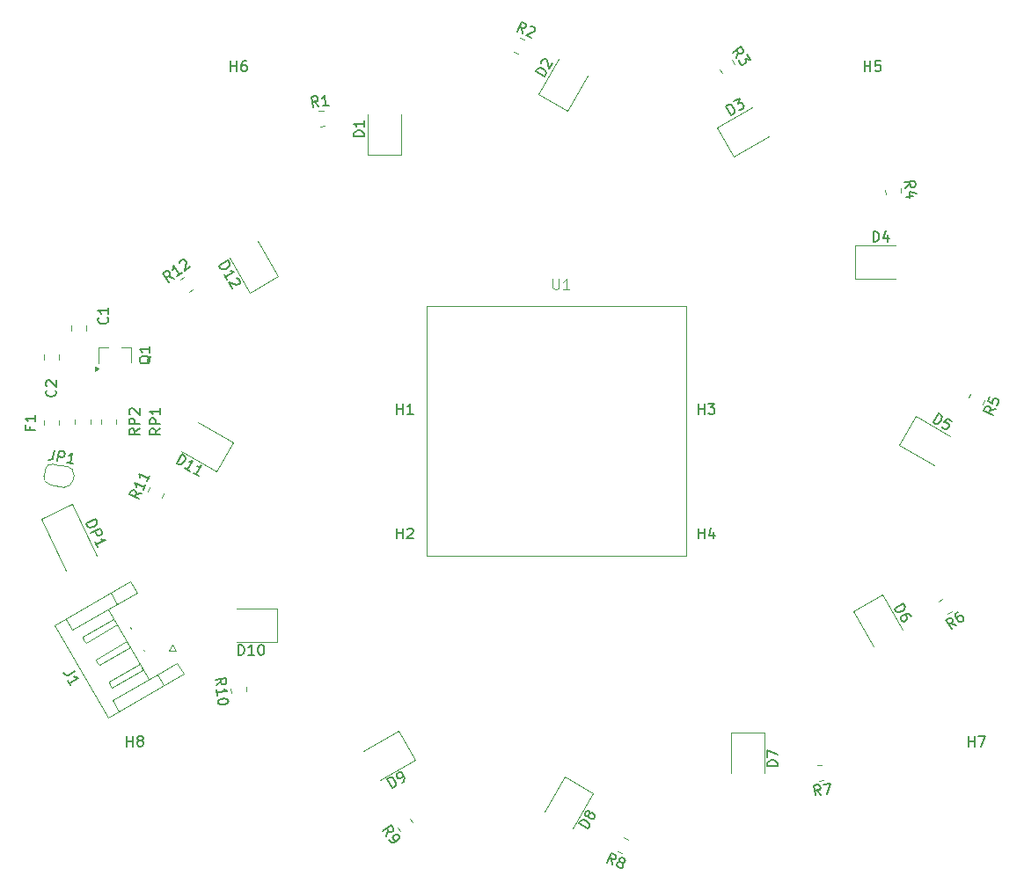
<source format=gbr>
%TF.GenerationSoftware,KiCad,Pcbnew,9.0.7-9.0.7~ubuntu24.04.1*%
%TF.CreationDate,2026-01-05T15:50:35+05:30*%
%TF.ProjectId,RPI_Cam3_RL,5250495f-4361-46d3-935f-524c2e6b6963,rev?*%
%TF.SameCoordinates,Original*%
%TF.FileFunction,Legend,Top*%
%TF.FilePolarity,Positive*%
%FSLAX46Y46*%
G04 Gerber Fmt 4.6, Leading zero omitted, Abs format (unit mm)*
G04 Created by KiCad (PCBNEW 9.0.7-9.0.7~ubuntu24.04.1) date 2026-01-05 15:50:35*
%MOMM*%
%LPD*%
G01*
G04 APERTURE LIST*
%ADD10C,0.150000*%
%ADD11C,0.100000*%
%ADD12C,0.120000*%
G04 APERTURE END LIST*
D10*
X112777408Y-92410939D02*
X112227838Y-92221621D01*
X112315113Y-92746816D02*
X111727327Y-91937799D01*
X111727327Y-91937799D02*
X112035524Y-91713881D01*
X112035524Y-91713881D02*
X112140563Y-91696426D01*
X112140563Y-91696426D02*
X112207078Y-91706961D01*
X112207078Y-91706961D02*
X112301582Y-91756020D01*
X112301582Y-91756020D02*
X112385551Y-91871594D01*
X112385551Y-91871594D02*
X112403006Y-91976633D01*
X112403006Y-91976633D02*
X112392471Y-92043148D01*
X112392471Y-92043148D02*
X112343412Y-92137652D01*
X112343412Y-92137652D02*
X112035215Y-92361570D01*
X113547900Y-91851143D02*
X113085605Y-92187021D01*
X113316753Y-92019082D02*
X112728967Y-91210065D01*
X112728967Y-91210065D02*
X112735888Y-91381618D01*
X112735888Y-91381618D02*
X112714818Y-91514647D01*
X112714818Y-91514647D02*
X112665758Y-91609151D01*
X113324292Y-90895257D02*
X113334827Y-90828743D01*
X113334827Y-90828743D02*
X113383886Y-90734239D01*
X113383886Y-90734239D02*
X113576509Y-90594290D01*
X113576509Y-90594290D02*
X113681548Y-90576835D01*
X113681548Y-90576835D02*
X113748063Y-90587370D01*
X113748063Y-90587370D02*
X113842567Y-90636429D01*
X113842567Y-90636429D02*
X113898546Y-90713479D01*
X113898546Y-90713479D02*
X113943991Y-90857042D01*
X113943991Y-90857042D02*
X113817573Y-91655215D01*
X113817573Y-91655215D02*
X114318393Y-91291348D01*
X163238095Y-105454819D02*
X163238095Y-104454819D01*
X163238095Y-104931009D02*
X163809523Y-104931009D01*
X163809523Y-105454819D02*
X163809523Y-104454819D01*
X164190476Y-104454819D02*
X164809523Y-104454819D01*
X164809523Y-104454819D02*
X164476190Y-104835771D01*
X164476190Y-104835771D02*
X164619047Y-104835771D01*
X164619047Y-104835771D02*
X164714285Y-104883390D01*
X164714285Y-104883390D02*
X164761904Y-104931009D01*
X164761904Y-104931009D02*
X164809523Y-105026247D01*
X164809523Y-105026247D02*
X164809523Y-105264342D01*
X164809523Y-105264342D02*
X164761904Y-105359580D01*
X164761904Y-105359580D02*
X164714285Y-105407200D01*
X164714285Y-105407200D02*
X164619047Y-105454819D01*
X164619047Y-105454819D02*
X164333333Y-105454819D01*
X164333333Y-105454819D02*
X164238095Y-105407200D01*
X164238095Y-105407200D02*
X164190476Y-105359580D01*
X134238095Y-117454819D02*
X134238095Y-116454819D01*
X134238095Y-116931009D02*
X134809523Y-116931009D01*
X134809523Y-117454819D02*
X134809523Y-116454819D01*
X135238095Y-116550057D02*
X135285714Y-116502438D01*
X135285714Y-116502438D02*
X135380952Y-116454819D01*
X135380952Y-116454819D02*
X135619047Y-116454819D01*
X135619047Y-116454819D02*
X135714285Y-116502438D01*
X135714285Y-116502438D02*
X135761904Y-116550057D01*
X135761904Y-116550057D02*
X135809523Y-116645295D01*
X135809523Y-116645295D02*
X135809523Y-116740533D01*
X135809523Y-116740533D02*
X135761904Y-116883390D01*
X135761904Y-116883390D02*
X135190476Y-117454819D01*
X135190476Y-117454819D02*
X135809523Y-117454819D01*
X152603298Y-145377508D02*
X151737273Y-144877508D01*
X151737273Y-144877508D02*
X151856320Y-144671311D01*
X151856320Y-144671311D02*
X151968988Y-144571403D01*
X151968988Y-144571403D02*
X152099086Y-144536543D01*
X152099086Y-144536543D02*
X152205374Y-144542923D01*
X152205374Y-144542923D02*
X152394141Y-144596922D01*
X152394141Y-144596922D02*
X152517859Y-144668350D01*
X152517859Y-144668350D02*
X152659006Y-144804828D01*
X152659006Y-144804828D02*
X152717675Y-144893686D01*
X152717675Y-144893686D02*
X152752535Y-145023784D01*
X152752535Y-145023784D02*
X152722346Y-145171311D01*
X152722346Y-145171311D02*
X152603298Y-145377508D01*
X152679855Y-144102050D02*
X152590997Y-144160719D01*
X152590997Y-144160719D02*
X152525948Y-144178149D01*
X152525948Y-144178149D02*
X152419660Y-144171769D01*
X152419660Y-144171769D02*
X152378420Y-144147960D01*
X152378420Y-144147960D02*
X152319751Y-144059101D01*
X152319751Y-144059101D02*
X152302321Y-143994053D01*
X152302321Y-143994053D02*
X152308701Y-143887765D01*
X152308701Y-143887765D02*
X152403939Y-143722807D01*
X152403939Y-143722807D02*
X152492798Y-143664138D01*
X152492798Y-143664138D02*
X152557846Y-143646708D01*
X152557846Y-143646708D02*
X152664135Y-143653088D01*
X152664135Y-143653088D02*
X152705374Y-143676898D01*
X152705374Y-143676898D02*
X152764043Y-143765756D01*
X152764043Y-143765756D02*
X152781473Y-143830805D01*
X152781473Y-143830805D02*
X152775093Y-143937093D01*
X152775093Y-143937093D02*
X152679855Y-144102050D01*
X152679855Y-144102050D02*
X152673475Y-144208338D01*
X152673475Y-144208338D02*
X152690905Y-144273387D01*
X152690905Y-144273387D02*
X152749574Y-144362246D01*
X152749574Y-144362246D02*
X152914531Y-144457484D01*
X152914531Y-144457484D02*
X153020819Y-144463863D01*
X153020819Y-144463863D02*
X153085868Y-144446434D01*
X153085868Y-144446434D02*
X153174727Y-144387765D01*
X153174727Y-144387765D02*
X153269965Y-144222807D01*
X153269965Y-144222807D02*
X153276344Y-144116519D01*
X153276344Y-144116519D02*
X153258915Y-144051470D01*
X153258915Y-144051470D02*
X153200246Y-143962612D01*
X153200246Y-143962612D02*
X153035288Y-143867374D01*
X153035288Y-143867374D02*
X152929000Y-143860994D01*
X152929000Y-143860994D02*
X152863951Y-143878424D01*
X152863951Y-143878424D02*
X152775093Y-143937093D01*
X166868958Y-71162655D02*
X167058276Y-70613085D01*
X166533081Y-70700359D02*
X167342098Y-70112574D01*
X167342098Y-70112574D02*
X167566016Y-70420771D01*
X167566016Y-70420771D02*
X167583471Y-70525810D01*
X167583471Y-70525810D02*
X167572936Y-70592324D01*
X167572936Y-70592324D02*
X167523877Y-70686828D01*
X167523877Y-70686828D02*
X167408303Y-70770798D01*
X167408303Y-70770798D02*
X167303264Y-70788253D01*
X167303264Y-70788253D02*
X167236749Y-70777718D01*
X167236749Y-70777718D02*
X167142245Y-70728658D01*
X167142245Y-70728658D02*
X166918327Y-70420461D01*
X167873904Y-70844542D02*
X168237771Y-71345362D01*
X168237771Y-71345362D02*
X167733645Y-71299608D01*
X167733645Y-71299608D02*
X167817615Y-71415181D01*
X167817615Y-71415181D02*
X167835070Y-71520220D01*
X167835070Y-71520220D02*
X167824535Y-71586735D01*
X167824535Y-71586735D02*
X167775475Y-71681239D01*
X167775475Y-71681239D02*
X167582852Y-71821188D01*
X167582852Y-71821188D02*
X167477813Y-71838643D01*
X167477813Y-71838643D02*
X167411299Y-71828108D01*
X167411299Y-71828108D02*
X167316795Y-71779049D01*
X167316795Y-71779049D02*
X167148856Y-71547901D01*
X167148856Y-71547901D02*
X167131401Y-71442862D01*
X167131401Y-71442862D02*
X167141936Y-71376347D01*
X101359580Y-103166666D02*
X101407200Y-103214285D01*
X101407200Y-103214285D02*
X101454819Y-103357142D01*
X101454819Y-103357142D02*
X101454819Y-103452380D01*
X101454819Y-103452380D02*
X101407200Y-103595237D01*
X101407200Y-103595237D02*
X101311961Y-103690475D01*
X101311961Y-103690475D02*
X101216723Y-103738094D01*
X101216723Y-103738094D02*
X101026247Y-103785713D01*
X101026247Y-103785713D02*
X100883390Y-103785713D01*
X100883390Y-103785713D02*
X100692914Y-103738094D01*
X100692914Y-103738094D02*
X100597676Y-103690475D01*
X100597676Y-103690475D02*
X100502438Y-103595237D01*
X100502438Y-103595237D02*
X100454819Y-103452380D01*
X100454819Y-103452380D02*
X100454819Y-103357142D01*
X100454819Y-103357142D02*
X100502438Y-103214285D01*
X100502438Y-103214285D02*
X100550057Y-103166666D01*
X100550057Y-102785713D02*
X100502438Y-102738094D01*
X100502438Y-102738094D02*
X100454819Y-102642856D01*
X100454819Y-102642856D02*
X100454819Y-102404761D01*
X100454819Y-102404761D02*
X100502438Y-102309523D01*
X100502438Y-102309523D02*
X100550057Y-102261904D01*
X100550057Y-102261904D02*
X100645295Y-102214285D01*
X100645295Y-102214285D02*
X100740533Y-102214285D01*
X100740533Y-102214285D02*
X100883390Y-102261904D01*
X100883390Y-102261904D02*
X101454819Y-102833332D01*
X101454819Y-102833332D02*
X101454819Y-102214285D01*
X146333867Y-68840359D02*
X146223036Y-68269759D01*
X145811841Y-68607938D02*
X146218577Y-67694393D01*
X146218577Y-67694393D02*
X146566595Y-67849340D01*
X146566595Y-67849340D02*
X146634231Y-67931579D01*
X146634231Y-67931579D02*
X146658364Y-67994450D01*
X146658364Y-67994450D02*
X146663130Y-68100822D01*
X146663130Y-68100822D02*
X146605025Y-68231329D01*
X146605025Y-68231329D02*
X146522786Y-68298965D01*
X146522786Y-68298965D02*
X146459915Y-68323098D01*
X146459915Y-68323098D02*
X146353542Y-68327864D01*
X146353542Y-68327864D02*
X146005525Y-68172917D01*
X147049884Y-68168765D02*
X147112754Y-68144632D01*
X147112754Y-68144632D02*
X147219127Y-68139866D01*
X147219127Y-68139866D02*
X147436638Y-68236708D01*
X147436638Y-68236708D02*
X147504274Y-68318947D01*
X147504274Y-68318947D02*
X147528408Y-68381818D01*
X147528408Y-68381818D02*
X147533173Y-68488191D01*
X147533173Y-68488191D02*
X147494436Y-68575195D01*
X147494436Y-68575195D02*
X147392829Y-68686333D01*
X147392829Y-68686333D02*
X146638382Y-68975938D01*
X146638382Y-68975938D02*
X147203910Y-69227727D01*
X110550057Y-99861094D02*
X110502438Y-99956332D01*
X110502438Y-99956332D02*
X110407200Y-100051570D01*
X110407200Y-100051570D02*
X110264342Y-100194427D01*
X110264342Y-100194427D02*
X110216723Y-100289665D01*
X110216723Y-100289665D02*
X110216723Y-100384903D01*
X110454819Y-100337284D02*
X110407200Y-100432522D01*
X110407200Y-100432522D02*
X110311961Y-100527760D01*
X110311961Y-100527760D02*
X110121485Y-100575379D01*
X110121485Y-100575379D02*
X109788152Y-100575379D01*
X109788152Y-100575379D02*
X109597676Y-100527760D01*
X109597676Y-100527760D02*
X109502438Y-100432522D01*
X109502438Y-100432522D02*
X109454819Y-100337284D01*
X109454819Y-100337284D02*
X109454819Y-100146808D01*
X109454819Y-100146808D02*
X109502438Y-100051570D01*
X109502438Y-100051570D02*
X109597676Y-99956332D01*
X109597676Y-99956332D02*
X109788152Y-99908713D01*
X109788152Y-99908713D02*
X110121485Y-99908713D01*
X110121485Y-99908713D02*
X110311961Y-99956332D01*
X110311961Y-99956332D02*
X110407200Y-100051570D01*
X110407200Y-100051570D02*
X110454819Y-100146808D01*
X110454819Y-100146808D02*
X110454819Y-100337284D01*
X110454819Y-98956332D02*
X110454819Y-99527760D01*
X110454819Y-99242046D02*
X109454819Y-99242046D01*
X109454819Y-99242046D02*
X109597676Y-99337284D01*
X109597676Y-99337284D02*
X109692914Y-99432522D01*
X109692914Y-99432522D02*
X109740533Y-99527760D01*
X183171212Y-83709317D02*
X183609951Y-83328034D01*
X183111481Y-83141019D02*
X184106003Y-83036490D01*
X184106003Y-83036490D02*
X184145823Y-83415356D01*
X184145823Y-83415356D02*
X184108420Y-83515050D01*
X184108420Y-83515050D02*
X184066040Y-83567385D01*
X184066040Y-83567385D02*
X183976301Y-83624699D01*
X183976301Y-83624699D02*
X183834226Y-83639631D01*
X183834226Y-83639631D02*
X183734532Y-83602228D01*
X183734532Y-83602228D02*
X183682197Y-83559847D01*
X183682197Y-83559847D02*
X183624883Y-83470109D01*
X183624883Y-83470109D02*
X183585063Y-83091243D01*
X183923822Y-84492079D02*
X183260807Y-84561764D01*
X184277800Y-84215467D02*
X183542539Y-84053340D01*
X183542539Y-84053340D02*
X183607247Y-84668996D01*
X182126416Y-124199089D02*
X182992442Y-123699089D01*
X182992442Y-123699089D02*
X183111489Y-123905286D01*
X183111489Y-123905286D02*
X183141679Y-124052813D01*
X183141679Y-124052813D02*
X183106819Y-124182911D01*
X183106819Y-124182911D02*
X183048150Y-124271769D01*
X183048150Y-124271769D02*
X182907002Y-124408247D01*
X182907002Y-124408247D02*
X182783284Y-124479675D01*
X182783284Y-124479675D02*
X182594518Y-124533674D01*
X182594518Y-124533674D02*
X182488229Y-124540054D01*
X182488229Y-124540054D02*
X182358132Y-124505194D01*
X182358132Y-124505194D02*
X182245464Y-124405286D01*
X182245464Y-124405286D02*
X182126416Y-124199089D01*
X183706727Y-124936268D02*
X183611489Y-124771311D01*
X183611489Y-124771311D02*
X183522631Y-124712642D01*
X183522631Y-124712642D02*
X183457582Y-124695212D01*
X183457582Y-124695212D02*
X183286245Y-124684162D01*
X183286245Y-124684162D02*
X183097478Y-124738161D01*
X183097478Y-124738161D02*
X182767564Y-124928637D01*
X182767564Y-124928637D02*
X182708895Y-125017496D01*
X182708895Y-125017496D02*
X182691465Y-125082544D01*
X182691465Y-125082544D02*
X182697845Y-125188833D01*
X182697845Y-125188833D02*
X182793083Y-125353790D01*
X182793083Y-125353790D02*
X182881941Y-125412459D01*
X182881941Y-125412459D02*
X182946990Y-125429889D01*
X182946990Y-125429889D02*
X183053278Y-125423509D01*
X183053278Y-125423509D02*
X183259475Y-125304461D01*
X183259475Y-125304461D02*
X183318144Y-125215603D01*
X183318144Y-125215603D02*
X183335574Y-125150554D01*
X183335574Y-125150554D02*
X183329194Y-125044266D01*
X183329194Y-125044266D02*
X183233956Y-124879309D01*
X183233956Y-124879309D02*
X183145097Y-124820640D01*
X183145097Y-124820640D02*
X183080049Y-124803210D01*
X183080049Y-124803210D02*
X182973760Y-124809590D01*
X134238095Y-105454819D02*
X134238095Y-104454819D01*
X134238095Y-104931009D02*
X134809523Y-104931009D01*
X134809523Y-105454819D02*
X134809523Y-104454819D01*
X135809523Y-105454819D02*
X135238095Y-105454819D01*
X135523809Y-105454819D02*
X135523809Y-104454819D01*
X135523809Y-104454819D02*
X135428571Y-104597676D01*
X135428571Y-104597676D02*
X135333333Y-104692914D01*
X135333333Y-104692914D02*
X135238095Y-104740533D01*
X131054818Y-78738094D02*
X130054818Y-78738094D01*
X130054818Y-78738094D02*
X130054818Y-78499999D01*
X130054818Y-78499999D02*
X130102437Y-78357142D01*
X130102437Y-78357142D02*
X130197675Y-78261904D01*
X130197675Y-78261904D02*
X130292913Y-78214285D01*
X130292913Y-78214285D02*
X130483389Y-78166666D01*
X130483389Y-78166666D02*
X130626246Y-78166666D01*
X130626246Y-78166666D02*
X130816722Y-78214285D01*
X130816722Y-78214285D02*
X130911960Y-78261904D01*
X130911960Y-78261904D02*
X131007199Y-78357142D01*
X131007199Y-78357142D02*
X131054818Y-78499999D01*
X131054818Y-78499999D02*
X131054818Y-78738094D01*
X131054818Y-77214285D02*
X131054818Y-77785713D01*
X131054818Y-77499999D02*
X130054818Y-77499999D01*
X130054818Y-77499999D02*
X130197675Y-77595237D01*
X130197675Y-77595237D02*
X130292913Y-77690475D01*
X130292913Y-77690475D02*
X130340532Y-77785713D01*
X175054260Y-142110709D02*
X174672977Y-141671970D01*
X174485962Y-142170440D02*
X174381433Y-141175918D01*
X174381433Y-141175918D02*
X174760299Y-141136098D01*
X174760299Y-141136098D02*
X174859993Y-141173501D01*
X174859993Y-141173501D02*
X174912328Y-141215881D01*
X174912328Y-141215881D02*
X174969642Y-141305620D01*
X174969642Y-141305620D02*
X174984574Y-141447695D01*
X174984574Y-141447695D02*
X174947171Y-141547389D01*
X174947171Y-141547389D02*
X174904790Y-141599724D01*
X174904790Y-141599724D02*
X174815052Y-141657038D01*
X174815052Y-141657038D02*
X174436186Y-141696858D01*
X175281239Y-141081345D02*
X175944253Y-141011659D01*
X175944253Y-141011659D02*
X175622558Y-142050979D01*
X118974824Y-128665709D02*
X118974824Y-127665709D01*
X118974824Y-127665709D02*
X119212919Y-127665709D01*
X119212919Y-127665709D02*
X119355776Y-127713328D01*
X119355776Y-127713328D02*
X119451014Y-127808566D01*
X119451014Y-127808566D02*
X119498633Y-127903804D01*
X119498633Y-127903804D02*
X119546252Y-128094280D01*
X119546252Y-128094280D02*
X119546252Y-128237137D01*
X119546252Y-128237137D02*
X119498633Y-128427613D01*
X119498633Y-128427613D02*
X119451014Y-128522851D01*
X119451014Y-128522851D02*
X119355776Y-128618090D01*
X119355776Y-128618090D02*
X119212919Y-128665709D01*
X119212919Y-128665709D02*
X118974824Y-128665709D01*
X120498633Y-128665709D02*
X119927205Y-128665709D01*
X120212919Y-128665709D02*
X120212919Y-127665709D01*
X120212919Y-127665709D02*
X120117681Y-127808566D01*
X120117681Y-127808566D02*
X120022443Y-127903804D01*
X120022443Y-127903804D02*
X119927205Y-127951423D01*
X121117681Y-127665709D02*
X121212919Y-127665709D01*
X121212919Y-127665709D02*
X121308157Y-127713328D01*
X121308157Y-127713328D02*
X121355776Y-127760947D01*
X121355776Y-127760947D02*
X121403395Y-127856185D01*
X121403395Y-127856185D02*
X121451014Y-128046661D01*
X121451014Y-128046661D02*
X121451014Y-128284756D01*
X121451014Y-128284756D02*
X121403395Y-128475232D01*
X121403395Y-128475232D02*
X121355776Y-128570470D01*
X121355776Y-128570470D02*
X121308157Y-128618090D01*
X121308157Y-128618090D02*
X121212919Y-128665709D01*
X121212919Y-128665709D02*
X121117681Y-128665709D01*
X121117681Y-128665709D02*
X121022443Y-128618090D01*
X121022443Y-128618090D02*
X120974824Y-128570470D01*
X120974824Y-128570470D02*
X120927205Y-128475232D01*
X120927205Y-128475232D02*
X120879586Y-128284756D01*
X120879586Y-128284756D02*
X120879586Y-128046661D01*
X120879586Y-128046661D02*
X120927205Y-127856185D01*
X120927205Y-127856185D02*
X120974824Y-127760947D01*
X120974824Y-127760947D02*
X121022443Y-127713328D01*
X121022443Y-127713328D02*
X121117681Y-127665709D01*
X191855058Y-105008363D02*
X191284458Y-105119194D01*
X191622637Y-105530389D02*
X190709092Y-105123653D01*
X190709092Y-105123653D02*
X190864039Y-104775635D01*
X190864039Y-104775635D02*
X190946278Y-104707999D01*
X190946278Y-104707999D02*
X191009149Y-104683866D01*
X191009149Y-104683866D02*
X191115521Y-104679100D01*
X191115521Y-104679100D02*
X191246028Y-104737205D01*
X191246028Y-104737205D02*
X191313664Y-104819444D01*
X191313664Y-104819444D02*
X191337797Y-104882315D01*
X191337797Y-104882315D02*
X191342563Y-104988688D01*
X191342563Y-104988688D02*
X191187616Y-105336705D01*
X191309512Y-103775085D02*
X191115828Y-104210107D01*
X191115828Y-104210107D02*
X191531482Y-104447293D01*
X191531482Y-104447293D02*
X191507348Y-104384423D01*
X191507348Y-104384423D02*
X191502583Y-104278050D01*
X191502583Y-104278050D02*
X191599425Y-104060539D01*
X191599425Y-104060539D02*
X191681664Y-103992903D01*
X191681664Y-103992903D02*
X191744534Y-103968770D01*
X191744534Y-103968770D02*
X191850907Y-103964004D01*
X191850907Y-103964004D02*
X192068418Y-104060846D01*
X192068418Y-104060846D02*
X192136054Y-104143085D01*
X192136054Y-104143085D02*
X192160187Y-104205956D01*
X192160187Y-104205956D02*
X192164953Y-104312329D01*
X192164953Y-104312329D02*
X192068111Y-104529839D01*
X192068111Y-104529839D02*
X191985872Y-104597475D01*
X191985872Y-104597475D02*
X191923001Y-104621609D01*
X188102345Y-125800799D02*
X187552775Y-125611481D01*
X187640049Y-126136676D02*
X187052264Y-125327659D01*
X187052264Y-125327659D02*
X187360461Y-125103741D01*
X187360461Y-125103741D02*
X187465500Y-125086286D01*
X187465500Y-125086286D02*
X187532014Y-125096821D01*
X187532014Y-125096821D02*
X187626518Y-125145880D01*
X187626518Y-125145880D02*
X187710488Y-125261454D01*
X187710488Y-125261454D02*
X187727943Y-125366493D01*
X187727943Y-125366493D02*
X187717408Y-125433008D01*
X187717408Y-125433008D02*
X187668348Y-125527512D01*
X187668348Y-125527512D02*
X187360151Y-125751430D01*
X188208003Y-124487966D02*
X188053904Y-124599925D01*
X188053904Y-124599925D02*
X188004845Y-124694429D01*
X188004845Y-124694429D02*
X187994310Y-124760943D01*
X187994310Y-124760943D02*
X188001230Y-124932497D01*
X188001230Y-124932497D02*
X188074664Y-125114585D01*
X188074664Y-125114585D02*
X188298583Y-125422782D01*
X188298583Y-125422782D02*
X188393087Y-125471842D01*
X188393087Y-125471842D02*
X188459601Y-125482376D01*
X188459601Y-125482376D02*
X188564640Y-125464921D01*
X188564640Y-125464921D02*
X188718739Y-125352962D01*
X188718739Y-125352962D02*
X188767798Y-125258458D01*
X188767798Y-125258458D02*
X188778333Y-125191944D01*
X188778333Y-125191944D02*
X188760878Y-125086905D01*
X188760878Y-125086905D02*
X188620929Y-124894282D01*
X188620929Y-124894282D02*
X188526425Y-124845222D01*
X188526425Y-124845222D02*
X188459910Y-124834687D01*
X188459910Y-124834687D02*
X188354871Y-124852142D01*
X188354871Y-124852142D02*
X188200773Y-124964101D01*
X188200773Y-124964101D02*
X188151714Y-125058606D01*
X188151714Y-125058606D02*
X188141179Y-125125120D01*
X188141179Y-125125120D02*
X188158634Y-125230159D01*
D11*
X149238095Y-92457419D02*
X149238095Y-93266942D01*
X149238095Y-93266942D02*
X149285714Y-93362180D01*
X149285714Y-93362180D02*
X149333333Y-93409800D01*
X149333333Y-93409800D02*
X149428571Y-93457419D01*
X149428571Y-93457419D02*
X149619047Y-93457419D01*
X149619047Y-93457419D02*
X149714285Y-93409800D01*
X149714285Y-93409800D02*
X149761904Y-93362180D01*
X149761904Y-93362180D02*
X149809523Y-93266942D01*
X149809523Y-93266942D02*
X149809523Y-92457419D01*
X150809523Y-93457419D02*
X150238095Y-93457419D01*
X150523809Y-93457419D02*
X150523809Y-92457419D01*
X150523809Y-92457419D02*
X150428571Y-92600276D01*
X150428571Y-92600276D02*
X150333333Y-92695514D01*
X150333333Y-92695514D02*
X150238095Y-92743133D01*
D10*
X185833381Y-106257266D02*
X186333381Y-105391241D01*
X186333381Y-105391241D02*
X186539578Y-105510288D01*
X186539578Y-105510288D02*
X186639486Y-105622956D01*
X186639486Y-105622956D02*
X186674346Y-105753054D01*
X186674346Y-105753054D02*
X186667966Y-105859342D01*
X186667966Y-105859342D02*
X186613967Y-106048109D01*
X186613967Y-106048109D02*
X186542539Y-106171827D01*
X186542539Y-106171827D02*
X186406061Y-106312974D01*
X186406061Y-106312974D02*
X186317203Y-106371643D01*
X186317203Y-106371643D02*
X186187105Y-106406503D01*
X186187105Y-106406503D02*
X186039578Y-106376314D01*
X186039578Y-106376314D02*
X185833381Y-106257266D01*
X187611800Y-106129336D02*
X187199407Y-105891241D01*
X187199407Y-105891241D02*
X186920072Y-106279824D01*
X186920072Y-106279824D02*
X186985121Y-106262394D01*
X186985121Y-106262394D02*
X187091409Y-106268774D01*
X187091409Y-106268774D02*
X187297606Y-106387822D01*
X187297606Y-106387822D02*
X187356275Y-106476680D01*
X187356275Y-106476680D02*
X187373704Y-106541729D01*
X187373704Y-106541729D02*
X187367325Y-106648017D01*
X187367325Y-106648017D02*
X187248277Y-106854214D01*
X187248277Y-106854214D02*
X187159419Y-106912883D01*
X187159419Y-106912883D02*
X187094370Y-106930312D01*
X187094370Y-106930312D02*
X186988082Y-106923933D01*
X186988082Y-106923933D02*
X186781885Y-106804885D01*
X186781885Y-106804885D02*
X186723216Y-106716027D01*
X186723216Y-106716027D02*
X186705786Y-106650978D01*
X103213872Y-130223670D02*
X102595283Y-130580813D01*
X102595283Y-130580813D02*
X102447755Y-130611002D01*
X102447755Y-130611002D02*
X102317658Y-130576142D01*
X102317658Y-130576142D02*
X102204990Y-130476234D01*
X102204990Y-130476234D02*
X102157371Y-130393755D01*
X102847847Y-131589695D02*
X102562133Y-131094824D01*
X102704990Y-131342260D02*
X103571015Y-130842260D01*
X103571015Y-130842260D02*
X103399678Y-130831210D01*
X103399678Y-130831210D02*
X103269581Y-130796350D01*
X103269581Y-130796350D02*
X103180722Y-130737681D01*
X148446376Y-72977508D02*
X147580351Y-72477508D01*
X147580351Y-72477508D02*
X147699398Y-72271311D01*
X147699398Y-72271311D02*
X147812066Y-72171403D01*
X147812066Y-72171403D02*
X147942164Y-72136543D01*
X147942164Y-72136543D02*
X148048452Y-72142923D01*
X148048452Y-72142923D02*
X148237219Y-72196922D01*
X148237219Y-72196922D02*
X148360937Y-72268350D01*
X148360937Y-72268350D02*
X148502084Y-72404828D01*
X148502084Y-72404828D02*
X148560753Y-72493686D01*
X148560753Y-72493686D02*
X148595613Y-72623784D01*
X148595613Y-72623784D02*
X148565424Y-72771311D01*
X148565424Y-72771311D02*
X148446376Y-72977508D01*
X148139020Y-71700341D02*
X148121590Y-71635292D01*
X148121590Y-71635292D02*
X148127970Y-71529004D01*
X148127970Y-71529004D02*
X148247017Y-71322807D01*
X148247017Y-71322807D02*
X148335876Y-71264138D01*
X148335876Y-71264138D02*
X148400924Y-71246708D01*
X148400924Y-71246708D02*
X148507213Y-71253088D01*
X148507213Y-71253088D02*
X148589691Y-71300707D01*
X148589691Y-71300707D02*
X148689600Y-71413375D01*
X148689600Y-71413375D02*
X148898757Y-72193961D01*
X148898757Y-72193961D02*
X149208281Y-71657850D01*
X126709317Y-75828788D02*
X126328034Y-75390049D01*
X126141019Y-75888519D02*
X126036490Y-74893997D01*
X126036490Y-74893997D02*
X126415356Y-74854177D01*
X126415356Y-74854177D02*
X126515050Y-74891580D01*
X126515050Y-74891580D02*
X126567385Y-74933960D01*
X126567385Y-74933960D02*
X126624699Y-75023699D01*
X126624699Y-75023699D02*
X126639631Y-75165774D01*
X126639631Y-75165774D02*
X126602228Y-75265468D01*
X126602228Y-75265468D02*
X126559847Y-75317803D01*
X126559847Y-75317803D02*
X126470109Y-75375117D01*
X126470109Y-75375117D02*
X126091243Y-75414937D01*
X127656481Y-75729237D02*
X127088182Y-75788968D01*
X127372331Y-75759103D02*
X127267803Y-74764581D01*
X127267803Y-74764581D02*
X127188019Y-74916610D01*
X127188019Y-74916610D02*
X127103258Y-75021282D01*
X127103258Y-75021282D02*
X127013519Y-75078595D01*
X98931009Y-106633333D02*
X98931009Y-106966666D01*
X99454819Y-106966666D02*
X98454819Y-106966666D01*
X98454819Y-106966666D02*
X98454819Y-106490476D01*
X99454819Y-105585714D02*
X99454819Y-106157142D01*
X99454819Y-105871428D02*
X98454819Y-105871428D01*
X98454819Y-105871428D02*
X98597676Y-105966666D01*
X98597676Y-105966666D02*
X98692914Y-106061904D01*
X98692914Y-106061904D02*
X98740533Y-106157142D01*
X108238095Y-137454819D02*
X108238095Y-136454819D01*
X108238095Y-136931009D02*
X108809523Y-136931009D01*
X108809523Y-137454819D02*
X108809523Y-136454819D01*
X109428571Y-136883390D02*
X109333333Y-136835771D01*
X109333333Y-136835771D02*
X109285714Y-136788152D01*
X109285714Y-136788152D02*
X109238095Y-136692914D01*
X109238095Y-136692914D02*
X109238095Y-136645295D01*
X109238095Y-136645295D02*
X109285714Y-136550057D01*
X109285714Y-136550057D02*
X109333333Y-136502438D01*
X109333333Y-136502438D02*
X109428571Y-136454819D01*
X109428571Y-136454819D02*
X109619047Y-136454819D01*
X109619047Y-136454819D02*
X109714285Y-136502438D01*
X109714285Y-136502438D02*
X109761904Y-136550057D01*
X109761904Y-136550057D02*
X109809523Y-136645295D01*
X109809523Y-136645295D02*
X109809523Y-136692914D01*
X109809523Y-136692914D02*
X109761904Y-136788152D01*
X109761904Y-136788152D02*
X109714285Y-136835771D01*
X109714285Y-136835771D02*
X109619047Y-136883390D01*
X109619047Y-136883390D02*
X109428571Y-136883390D01*
X109428571Y-136883390D02*
X109333333Y-136931009D01*
X109333333Y-136931009D02*
X109285714Y-136978628D01*
X109285714Y-136978628D02*
X109238095Y-137073866D01*
X109238095Y-137073866D02*
X109238095Y-137264342D01*
X109238095Y-137264342D02*
X109285714Y-137359580D01*
X109285714Y-137359580D02*
X109333333Y-137407200D01*
X109333333Y-137407200D02*
X109428571Y-137454819D01*
X109428571Y-137454819D02*
X109619047Y-137454819D01*
X109619047Y-137454819D02*
X109714285Y-137407200D01*
X109714285Y-137407200D02*
X109761904Y-137359580D01*
X109761904Y-137359580D02*
X109809523Y-137264342D01*
X109809523Y-137264342D02*
X109809523Y-137073866D01*
X109809523Y-137073866D02*
X109761904Y-136978628D01*
X109761904Y-136978628D02*
X109714285Y-136931009D01*
X109714285Y-136931009D02*
X109619047Y-136883390D01*
X163238095Y-117454819D02*
X163238095Y-116454819D01*
X163238095Y-116931009D02*
X163809523Y-116931009D01*
X163809523Y-117454819D02*
X163809523Y-116454819D01*
X164714285Y-116788152D02*
X164714285Y-117454819D01*
X164476190Y-116407200D02*
X164238095Y-117121485D01*
X164238095Y-117121485D02*
X164857142Y-117121485D01*
X166388199Y-76684471D02*
X165888199Y-75818445D01*
X165888199Y-75818445D02*
X166094396Y-75699398D01*
X166094396Y-75699398D02*
X166241923Y-75669208D01*
X166241923Y-75669208D02*
X166372021Y-75704068D01*
X166372021Y-75704068D02*
X166460879Y-75762737D01*
X166460879Y-75762737D02*
X166597357Y-75903885D01*
X166597357Y-75903885D02*
X166668785Y-76027603D01*
X166668785Y-76027603D02*
X166722784Y-76216369D01*
X166722784Y-76216369D02*
X166729164Y-76322658D01*
X166729164Y-76322658D02*
X166694304Y-76452755D01*
X166694304Y-76452755D02*
X166594396Y-76565423D01*
X166594396Y-76565423D02*
X166388199Y-76684471D01*
X166671746Y-75366064D02*
X167207857Y-75056541D01*
X167207857Y-75056541D02*
X167109658Y-75553122D01*
X167109658Y-75553122D02*
X167233376Y-75481693D01*
X167233376Y-75481693D02*
X167339664Y-75475313D01*
X167339664Y-75475313D02*
X167404713Y-75492743D01*
X167404713Y-75492743D02*
X167493571Y-75551412D01*
X167493571Y-75551412D02*
X167612619Y-75757609D01*
X167612619Y-75757609D02*
X167618999Y-75863897D01*
X167618999Y-75863897D02*
X167601569Y-75928946D01*
X167601569Y-75928946D02*
X167542900Y-76017804D01*
X167542900Y-76017804D02*
X167295464Y-76160661D01*
X167295464Y-76160661D02*
X167189176Y-76167041D01*
X167189176Y-76167041D02*
X167124127Y-76149611D01*
X180072793Y-88865708D02*
X180072793Y-87865708D01*
X180072793Y-87865708D02*
X180310888Y-87865708D01*
X180310888Y-87865708D02*
X180453745Y-87913327D01*
X180453745Y-87913327D02*
X180548983Y-88008565D01*
X180548983Y-88008565D02*
X180596602Y-88103803D01*
X180596602Y-88103803D02*
X180644221Y-88294279D01*
X180644221Y-88294279D02*
X180644221Y-88437136D01*
X180644221Y-88437136D02*
X180596602Y-88627612D01*
X180596602Y-88627612D02*
X180548983Y-88722850D01*
X180548983Y-88722850D02*
X180453745Y-88818089D01*
X180453745Y-88818089D02*
X180310888Y-88865708D01*
X180310888Y-88865708D02*
X180072793Y-88865708D01*
X181501364Y-88199041D02*
X181501364Y-88865708D01*
X181263269Y-87818089D02*
X181025174Y-88532374D01*
X181025174Y-88532374D02*
X181644221Y-88532374D01*
X106359580Y-96166666D02*
X106407200Y-96214285D01*
X106407200Y-96214285D02*
X106454819Y-96357142D01*
X106454819Y-96357142D02*
X106454819Y-96452380D01*
X106454819Y-96452380D02*
X106407200Y-96595237D01*
X106407200Y-96595237D02*
X106311961Y-96690475D01*
X106311961Y-96690475D02*
X106216723Y-96738094D01*
X106216723Y-96738094D02*
X106026247Y-96785713D01*
X106026247Y-96785713D02*
X105883390Y-96785713D01*
X105883390Y-96785713D02*
X105692914Y-96738094D01*
X105692914Y-96738094D02*
X105597676Y-96690475D01*
X105597676Y-96690475D02*
X105502438Y-96595237D01*
X105502438Y-96595237D02*
X105454819Y-96452380D01*
X105454819Y-96452380D02*
X105454819Y-96357142D01*
X105454819Y-96357142D02*
X105502438Y-96214285D01*
X105502438Y-96214285D02*
X105550057Y-96166666D01*
X106454819Y-95214285D02*
X106454819Y-95785713D01*
X106454819Y-95499999D02*
X105454819Y-95499999D01*
X105454819Y-95499999D02*
X105597676Y-95595237D01*
X105597676Y-95595237D02*
X105692914Y-95690475D01*
X105692914Y-95690475D02*
X105740533Y-95785713D01*
X104330321Y-116013572D02*
X105236629Y-115590954D01*
X105236629Y-115590954D02*
X105337252Y-115806742D01*
X105337252Y-115806742D02*
X105354469Y-115956339D01*
X105354469Y-115956339D02*
X105308403Y-116082903D01*
X105308403Y-116082903D02*
X105242213Y-116166310D01*
X105242213Y-116166310D02*
X105089707Y-116289966D01*
X105089707Y-116289966D02*
X104960235Y-116350340D01*
X104960235Y-116350340D02*
X104767480Y-116387682D01*
X104767480Y-116387682D02*
X104661040Y-116384774D01*
X104661040Y-116384774D02*
X104534476Y-116338708D01*
X104534476Y-116338708D02*
X104430944Y-116229360D01*
X104430944Y-116229360D02*
X104330321Y-116013572D01*
X104752939Y-116919880D02*
X105659247Y-116497262D01*
X105659247Y-116497262D02*
X105820244Y-116842522D01*
X105820244Y-116842522D02*
X105817336Y-116948962D01*
X105817336Y-116948962D02*
X105794303Y-117012244D01*
X105794303Y-117012244D02*
X105728113Y-117095651D01*
X105728113Y-117095651D02*
X105598641Y-117156025D01*
X105598641Y-117156025D02*
X105492201Y-117153117D01*
X105492201Y-117153117D02*
X105428919Y-117130084D01*
X105428919Y-117130084D02*
X105345512Y-117063894D01*
X105345512Y-117063894D02*
X105184514Y-116718633D01*
X105396929Y-118300921D02*
X105155433Y-117783030D01*
X105276181Y-118041976D02*
X106182489Y-117619357D01*
X106182489Y-117619357D02*
X106012767Y-117593416D01*
X106012767Y-117593416D02*
X105886202Y-117547351D01*
X105886202Y-117547351D02*
X105802796Y-117481160D01*
X101272578Y-108919845D02*
X101148543Y-109623279D01*
X101148543Y-109623279D02*
X101076841Y-109755697D01*
X101076841Y-109755697D02*
X100966512Y-109832950D01*
X100966512Y-109832950D02*
X100817556Y-109855039D01*
X100817556Y-109855039D02*
X100723765Y-109838501D01*
X101567886Y-109987343D02*
X101741534Y-109002535D01*
X101741534Y-109002535D02*
X102116699Y-109068687D01*
X102116699Y-109068687D02*
X102202221Y-109132120D01*
X102202221Y-109132120D02*
X102240848Y-109187285D01*
X102240848Y-109187285D02*
X102271206Y-109289345D01*
X102271206Y-109289345D02*
X102246399Y-109430032D01*
X102246399Y-109430032D02*
X102182965Y-109515554D01*
X102182965Y-109515554D02*
X102127801Y-109554181D01*
X102127801Y-109554181D02*
X102025741Y-109584538D01*
X102025741Y-109584538D02*
X101650576Y-109518387D01*
X103068545Y-110251949D02*
X102505798Y-110152722D01*
X102787172Y-110202336D02*
X102960820Y-109217528D01*
X102960820Y-109217528D02*
X102842222Y-109341677D01*
X102842222Y-109341677D02*
X102731893Y-109418930D01*
X102731893Y-109418930D02*
X102629833Y-109449288D01*
X116839515Y-131580677D02*
X117278254Y-131199395D01*
X116779785Y-131012379D02*
X117774306Y-130907851D01*
X117774306Y-130907851D02*
X117814127Y-131286716D01*
X117814127Y-131286716D02*
X117776724Y-131386410D01*
X117776724Y-131386410D02*
X117734343Y-131438746D01*
X117734343Y-131438746D02*
X117644604Y-131496059D01*
X117644604Y-131496059D02*
X117502530Y-131510992D01*
X117502530Y-131510992D02*
X117402836Y-131473589D01*
X117402836Y-131473589D02*
X117350500Y-131431208D01*
X117350500Y-131431208D02*
X117293187Y-131341469D01*
X117293187Y-131341469D02*
X117253366Y-130962604D01*
X116939066Y-132527841D02*
X116879335Y-131959543D01*
X116909201Y-132243692D02*
X117903723Y-132139164D01*
X117903723Y-132139164D02*
X117751693Y-132059380D01*
X117751693Y-132059380D02*
X117647022Y-131974619D01*
X117647022Y-131974619D02*
X117589708Y-131884880D01*
X117998296Y-133038969D02*
X118008251Y-133133686D01*
X118008251Y-133133686D02*
X117970848Y-133233379D01*
X117970848Y-133233379D02*
X117928467Y-133285715D01*
X117928467Y-133285715D02*
X117838729Y-133343028D01*
X117838729Y-133343028D02*
X117654273Y-133410297D01*
X117654273Y-133410297D02*
X117417482Y-133435185D01*
X117417482Y-133435185D02*
X117223072Y-133407737D01*
X117223072Y-133407737D02*
X117123378Y-133370333D01*
X117123378Y-133370333D02*
X117071043Y-133327953D01*
X117071043Y-133327953D02*
X117013729Y-133238214D01*
X117013729Y-133238214D02*
X117003774Y-133143498D01*
X117003774Y-133143498D02*
X117041177Y-133043804D01*
X117041177Y-133043804D02*
X117083558Y-132991468D01*
X117083558Y-132991468D02*
X117173297Y-132934155D01*
X117173297Y-132934155D02*
X117357752Y-132866886D01*
X117357752Y-132866886D02*
X117594543Y-132841999D01*
X117594543Y-132841999D02*
X117788953Y-132869447D01*
X117788953Y-132869447D02*
X117888647Y-132906850D01*
X117888647Y-132906850D02*
X117940983Y-132949230D01*
X117940983Y-132949230D02*
X117998296Y-133038969D01*
X113020988Y-110176092D02*
X113520988Y-109310067D01*
X113520988Y-109310067D02*
X113727184Y-109429115D01*
X113727184Y-109429115D02*
X113827093Y-109541783D01*
X113827093Y-109541783D02*
X113861952Y-109671880D01*
X113861952Y-109671880D02*
X113855572Y-109778168D01*
X113855572Y-109778168D02*
X113801574Y-109966935D01*
X113801574Y-109966935D02*
X113730145Y-110090653D01*
X113730145Y-110090653D02*
X113593668Y-110231801D01*
X113593668Y-110231801D02*
X113504809Y-110290470D01*
X113504809Y-110290470D02*
X113374712Y-110325329D01*
X113374712Y-110325329D02*
X113227184Y-110295140D01*
X113227184Y-110295140D02*
X113020988Y-110176092D01*
X114340645Y-110937997D02*
X113845774Y-110652283D01*
X114093210Y-110795140D02*
X114593210Y-109929115D01*
X114593210Y-109929115D02*
X114439302Y-110005214D01*
X114439302Y-110005214D02*
X114309205Y-110040073D01*
X114309205Y-110040073D02*
X114202917Y-110033693D01*
X115165432Y-111414188D02*
X114670560Y-111128473D01*
X114917996Y-111271331D02*
X115417996Y-110405305D01*
X115417996Y-110405305D02*
X115264089Y-110481404D01*
X115264089Y-110481404D02*
X115133991Y-110516264D01*
X115133991Y-110516264D02*
X115027703Y-110509884D01*
X111454819Y-106855976D02*
X110978628Y-107189309D01*
X111454819Y-107427404D02*
X110454819Y-107427404D01*
X110454819Y-107427404D02*
X110454819Y-107046452D01*
X110454819Y-107046452D02*
X110502438Y-106951214D01*
X110502438Y-106951214D02*
X110550057Y-106903595D01*
X110550057Y-106903595D02*
X110645295Y-106855976D01*
X110645295Y-106855976D02*
X110788152Y-106855976D01*
X110788152Y-106855976D02*
X110883390Y-106903595D01*
X110883390Y-106903595D02*
X110931009Y-106951214D01*
X110931009Y-106951214D02*
X110978628Y-107046452D01*
X110978628Y-107046452D02*
X110978628Y-107427404D01*
X111454819Y-106427404D02*
X110454819Y-106427404D01*
X110454819Y-106427404D02*
X110454819Y-106046452D01*
X110454819Y-106046452D02*
X110502438Y-105951214D01*
X110502438Y-105951214D02*
X110550057Y-105903595D01*
X110550057Y-105903595D02*
X110645295Y-105855976D01*
X110645295Y-105855976D02*
X110788152Y-105855976D01*
X110788152Y-105855976D02*
X110883390Y-105903595D01*
X110883390Y-105903595D02*
X110931009Y-105951214D01*
X110931009Y-105951214D02*
X110978628Y-106046452D01*
X110978628Y-106046452D02*
X110978628Y-106427404D01*
X111454819Y-104903595D02*
X111454819Y-105475023D01*
X111454819Y-105189309D02*
X110454819Y-105189309D01*
X110454819Y-105189309D02*
X110597676Y-105284547D01*
X110597676Y-105284547D02*
X110692914Y-105379785D01*
X110692914Y-105379785D02*
X110740533Y-105475023D01*
X118238095Y-72454819D02*
X118238095Y-71454819D01*
X118238095Y-71931009D02*
X118809523Y-71931009D01*
X118809523Y-72454819D02*
X118809523Y-71454819D01*
X119714285Y-71454819D02*
X119523809Y-71454819D01*
X119523809Y-71454819D02*
X119428571Y-71502438D01*
X119428571Y-71502438D02*
X119380952Y-71550057D01*
X119380952Y-71550057D02*
X119285714Y-71692914D01*
X119285714Y-71692914D02*
X119238095Y-71883390D01*
X119238095Y-71883390D02*
X119238095Y-72264342D01*
X119238095Y-72264342D02*
X119285714Y-72359580D01*
X119285714Y-72359580D02*
X119333333Y-72407200D01*
X119333333Y-72407200D02*
X119428571Y-72454819D01*
X119428571Y-72454819D02*
X119619047Y-72454819D01*
X119619047Y-72454819D02*
X119714285Y-72407200D01*
X119714285Y-72407200D02*
X119761904Y-72359580D01*
X119761904Y-72359580D02*
X119809523Y-72264342D01*
X119809523Y-72264342D02*
X119809523Y-72026247D01*
X119809523Y-72026247D02*
X119761904Y-71931009D01*
X119761904Y-71931009D02*
X119714285Y-71883390D01*
X119714285Y-71883390D02*
X119619047Y-71835771D01*
X119619047Y-71835771D02*
X119428571Y-71835771D01*
X119428571Y-71835771D02*
X119333333Y-71883390D01*
X119333333Y-71883390D02*
X119285714Y-71931009D01*
X119285714Y-71931009D02*
X119238095Y-72026247D01*
X179238095Y-72454819D02*
X179238095Y-71454819D01*
X179238095Y-71931009D02*
X179809523Y-71931009D01*
X179809523Y-72454819D02*
X179809523Y-71454819D01*
X180761904Y-71454819D02*
X180285714Y-71454819D01*
X180285714Y-71454819D02*
X180238095Y-71931009D01*
X180238095Y-71931009D02*
X180285714Y-71883390D01*
X180285714Y-71883390D02*
X180380952Y-71835771D01*
X180380952Y-71835771D02*
X180619047Y-71835771D01*
X180619047Y-71835771D02*
X180714285Y-71883390D01*
X180714285Y-71883390D02*
X180761904Y-71931009D01*
X180761904Y-71931009D02*
X180809523Y-72026247D01*
X180809523Y-72026247D02*
X180809523Y-72264342D01*
X180809523Y-72264342D02*
X180761904Y-72359580D01*
X180761904Y-72359580D02*
X180714285Y-72407200D01*
X180714285Y-72407200D02*
X180619047Y-72454819D01*
X180619047Y-72454819D02*
X180380952Y-72454819D01*
X180380952Y-72454819D02*
X180285714Y-72407200D01*
X180285714Y-72407200D02*
X180238095Y-72359580D01*
X154991636Y-148855058D02*
X154880805Y-148284458D01*
X154469610Y-148622637D02*
X154876346Y-147709092D01*
X154876346Y-147709092D02*
X155224364Y-147864039D01*
X155224364Y-147864039D02*
X155292000Y-147946278D01*
X155292000Y-147946278D02*
X155316133Y-148009149D01*
X155316133Y-148009149D02*
X155320899Y-148115521D01*
X155320899Y-148115521D02*
X155262794Y-148246028D01*
X155262794Y-148246028D02*
X155180555Y-148313664D01*
X155180555Y-148313664D02*
X155117684Y-148337797D01*
X155117684Y-148337797D02*
X155011311Y-148342563D01*
X155011311Y-148342563D02*
X154663294Y-148187616D01*
X155746083Y-148565453D02*
X155678447Y-148483214D01*
X155678447Y-148483214D02*
X155654313Y-148420344D01*
X155654313Y-148420344D02*
X155649548Y-148313971D01*
X155649548Y-148313971D02*
X155668916Y-148270469D01*
X155668916Y-148270469D02*
X155751155Y-148202833D01*
X155751155Y-148202833D02*
X155814026Y-148178699D01*
X155814026Y-148178699D02*
X155920398Y-148173934D01*
X155920398Y-148173934D02*
X156094407Y-148251407D01*
X156094407Y-148251407D02*
X156162043Y-148333646D01*
X156162043Y-148333646D02*
X156186177Y-148396517D01*
X156186177Y-148396517D02*
X156190942Y-148502890D01*
X156190942Y-148502890D02*
X156171574Y-148546392D01*
X156171574Y-148546392D02*
X156089335Y-148614028D01*
X156089335Y-148614028D02*
X156026464Y-148638161D01*
X156026464Y-148638161D02*
X155920091Y-148642927D01*
X155920091Y-148642927D02*
X155746083Y-148565453D01*
X155746083Y-148565453D02*
X155639710Y-148570218D01*
X155639710Y-148570218D02*
X155576839Y-148594352D01*
X155576839Y-148594352D02*
X155494600Y-148661988D01*
X155494600Y-148661988D02*
X155417127Y-148835997D01*
X155417127Y-148835997D02*
X155421892Y-148942370D01*
X155421892Y-148942370D02*
X155446026Y-149005240D01*
X155446026Y-149005240D02*
X155513662Y-149087479D01*
X155513662Y-149087479D02*
X155687670Y-149164953D01*
X155687670Y-149164953D02*
X155794043Y-149160187D01*
X155794043Y-149160187D02*
X155856914Y-149136054D01*
X155856914Y-149136054D02*
X155939153Y-149068418D01*
X155939153Y-149068418D02*
X156016626Y-148894409D01*
X156016626Y-148894409D02*
X156011861Y-148788036D01*
X156011861Y-148788036D02*
X155987727Y-148725166D01*
X155987727Y-148725166D02*
X155920091Y-148642927D01*
X189238095Y-137454819D02*
X189238095Y-136454819D01*
X189238095Y-136931009D02*
X189809523Y-136931009D01*
X189809523Y-137454819D02*
X189809523Y-136454819D01*
X190190476Y-136454819D02*
X190857142Y-136454819D01*
X190857142Y-136454819D02*
X190428571Y-137454819D01*
X133199200Y-146102345D02*
X133388518Y-145552775D01*
X132863323Y-145640049D02*
X133672340Y-145052264D01*
X133672340Y-145052264D02*
X133896258Y-145360461D01*
X133896258Y-145360461D02*
X133913713Y-145465500D01*
X133913713Y-145465500D02*
X133903178Y-145532014D01*
X133903178Y-145532014D02*
X133854119Y-145626518D01*
X133854119Y-145626518D02*
X133738545Y-145710488D01*
X133738545Y-145710488D02*
X133633506Y-145727943D01*
X133633506Y-145727943D02*
X133566991Y-145717408D01*
X133566991Y-145717408D02*
X133472487Y-145668348D01*
X133472487Y-145668348D02*
X133248569Y-145360151D01*
X133479098Y-146487591D02*
X133591057Y-146641689D01*
X133591057Y-146641689D02*
X133685561Y-146690749D01*
X133685561Y-146690749D02*
X133752076Y-146701284D01*
X133752076Y-146701284D02*
X133923629Y-146694364D01*
X133923629Y-146694364D02*
X134105717Y-146620929D01*
X134105717Y-146620929D02*
X134413914Y-146397011D01*
X134413914Y-146397011D02*
X134462974Y-146302507D01*
X134462974Y-146302507D02*
X134473509Y-146235992D01*
X134473509Y-146235992D02*
X134456054Y-146130953D01*
X134456054Y-146130953D02*
X134344095Y-145976855D01*
X134344095Y-145976855D02*
X134249590Y-145927795D01*
X134249590Y-145927795D02*
X134183076Y-145917261D01*
X134183076Y-145917261D02*
X134078037Y-145934715D01*
X134078037Y-145934715D02*
X133885414Y-146074664D01*
X133885414Y-146074664D02*
X133836354Y-146169168D01*
X133836354Y-146169168D02*
X133825820Y-146235683D01*
X133825820Y-146235683D02*
X133843274Y-146340722D01*
X133843274Y-146340722D02*
X133955234Y-146494820D01*
X133955234Y-146494820D02*
X134049738Y-146543880D01*
X134049738Y-146543880D02*
X134116252Y-146554415D01*
X134116252Y-146554415D02*
X134221291Y-146536960D01*
X109646675Y-113101155D02*
X109076074Y-113211986D01*
X109414254Y-113623181D02*
X108500708Y-113216445D01*
X108500708Y-113216445D02*
X108655656Y-112868427D01*
X108655656Y-112868427D02*
X108737895Y-112800791D01*
X108737895Y-112800791D02*
X108800765Y-112776658D01*
X108800765Y-112776658D02*
X108907138Y-112771892D01*
X108907138Y-112771892D02*
X109037644Y-112829998D01*
X109037644Y-112829998D02*
X109105280Y-112912237D01*
X109105280Y-112912237D02*
X109129414Y-112975107D01*
X109129414Y-112975107D02*
X109134180Y-113081480D01*
X109134180Y-113081480D02*
X108979232Y-113429497D01*
X110034043Y-112231112D02*
X109801622Y-112753138D01*
X109917833Y-112492125D02*
X109004287Y-112085388D01*
X109004287Y-112085388D02*
X109096057Y-112230498D01*
X109096057Y-112230498D02*
X109144324Y-112356239D01*
X109144324Y-112356239D02*
X109149090Y-112462612D01*
X110421411Y-111361069D02*
X110188990Y-111883095D01*
X110305201Y-111622082D02*
X109391655Y-111215345D01*
X109391655Y-111215345D02*
X109483425Y-111360455D01*
X109483425Y-111360455D02*
X109531693Y-111486196D01*
X109531693Y-111486196D02*
X109536458Y-111592569D01*
X170854819Y-139359872D02*
X169854819Y-139359872D01*
X169854819Y-139359872D02*
X169854819Y-139121777D01*
X169854819Y-139121777D02*
X169902438Y-138978920D01*
X169902438Y-138978920D02*
X169997676Y-138883682D01*
X169997676Y-138883682D02*
X170092914Y-138836063D01*
X170092914Y-138836063D02*
X170283390Y-138788444D01*
X170283390Y-138788444D02*
X170426247Y-138788444D01*
X170426247Y-138788444D02*
X170616723Y-138836063D01*
X170616723Y-138836063D02*
X170711961Y-138883682D01*
X170711961Y-138883682D02*
X170807200Y-138978920D01*
X170807200Y-138978920D02*
X170854819Y-139121777D01*
X170854819Y-139121777D02*
X170854819Y-139359872D01*
X169854819Y-138455110D02*
X169854819Y-137788444D01*
X169854819Y-137788444D02*
X170854819Y-138217015D01*
X117109621Y-91186697D02*
X117975646Y-90686697D01*
X117975646Y-90686697D02*
X118094694Y-90892893D01*
X118094694Y-90892893D02*
X118124883Y-91040421D01*
X118124883Y-91040421D02*
X118090023Y-91170518D01*
X118090023Y-91170518D02*
X118031354Y-91259377D01*
X118031354Y-91259377D02*
X117890207Y-91395854D01*
X117890207Y-91395854D02*
X117766489Y-91467283D01*
X117766489Y-91467283D02*
X117577722Y-91521281D01*
X117577722Y-91521281D02*
X117471434Y-91527661D01*
X117471434Y-91527661D02*
X117341336Y-91492802D01*
X117341336Y-91492802D02*
X117228668Y-91392893D01*
X117228668Y-91392893D02*
X117109621Y-91186697D01*
X117871526Y-92506354D02*
X117585811Y-92011483D01*
X117728668Y-92258919D02*
X118594694Y-91758919D01*
X118594694Y-91758919D02*
X118423357Y-91747869D01*
X118423357Y-91747869D02*
X118293259Y-91713009D01*
X118293259Y-91713009D02*
X118204401Y-91654340D01*
X118845549Y-92383888D02*
X118910597Y-92401318D01*
X118910597Y-92401318D02*
X118999456Y-92459987D01*
X118999456Y-92459987D02*
X119118503Y-92666183D01*
X119118503Y-92666183D02*
X119124883Y-92772472D01*
X119124883Y-92772472D02*
X119107453Y-92837520D01*
X119107453Y-92837520D02*
X119048784Y-92926379D01*
X119048784Y-92926379D02*
X118966306Y-92973998D01*
X118966306Y-92973998D02*
X118818778Y-93004187D01*
X118818778Y-93004187D02*
X118038192Y-92795030D01*
X118038192Y-92795030D02*
X118347716Y-93331141D01*
X133788200Y-141463171D02*
X133288200Y-140597145D01*
X133288200Y-140597145D02*
X133494397Y-140478098D01*
X133494397Y-140478098D02*
X133641924Y-140447908D01*
X133641924Y-140447908D02*
X133772022Y-140482768D01*
X133772022Y-140482768D02*
X133860880Y-140541437D01*
X133860880Y-140541437D02*
X133997358Y-140682585D01*
X133997358Y-140682585D02*
X134068786Y-140806303D01*
X134068786Y-140806303D02*
X134122785Y-140995069D01*
X134122785Y-140995069D02*
X134129165Y-141101358D01*
X134129165Y-141101358D02*
X134094305Y-141231455D01*
X134094305Y-141231455D02*
X133994397Y-141344123D01*
X133994397Y-141344123D02*
X133788200Y-141463171D01*
X134695465Y-140939361D02*
X134860422Y-140844123D01*
X134860422Y-140844123D02*
X134919091Y-140755265D01*
X134919091Y-140755265D02*
X134936521Y-140690216D01*
X134936521Y-140690216D02*
X134947571Y-140518879D01*
X134947571Y-140518879D02*
X134893572Y-140330112D01*
X134893572Y-140330112D02*
X134703096Y-140000198D01*
X134703096Y-140000198D02*
X134614238Y-139941529D01*
X134614238Y-139941529D02*
X134549189Y-139924099D01*
X134549189Y-139924099D02*
X134442901Y-139930479D01*
X134442901Y-139930479D02*
X134277944Y-140025717D01*
X134277944Y-140025717D02*
X134219274Y-140114575D01*
X134219274Y-140114575D02*
X134201845Y-140179624D01*
X134201845Y-140179624D02*
X134208224Y-140285912D01*
X134208224Y-140285912D02*
X134327272Y-140492109D01*
X134327272Y-140492109D02*
X134416130Y-140550778D01*
X134416130Y-140550778D02*
X134481179Y-140568207D01*
X134481179Y-140568207D02*
X134587467Y-140561828D01*
X134587467Y-140561828D02*
X134752425Y-140466590D01*
X134752425Y-140466590D02*
X134811094Y-140377731D01*
X134811094Y-140377731D02*
X134828523Y-140312682D01*
X134828523Y-140312682D02*
X134822144Y-140206394D01*
X109454819Y-106866666D02*
X108978628Y-107199999D01*
X109454819Y-107438094D02*
X108454819Y-107438094D01*
X108454819Y-107438094D02*
X108454819Y-107057142D01*
X108454819Y-107057142D02*
X108502438Y-106961904D01*
X108502438Y-106961904D02*
X108550057Y-106914285D01*
X108550057Y-106914285D02*
X108645295Y-106866666D01*
X108645295Y-106866666D02*
X108788152Y-106866666D01*
X108788152Y-106866666D02*
X108883390Y-106914285D01*
X108883390Y-106914285D02*
X108931009Y-106961904D01*
X108931009Y-106961904D02*
X108978628Y-107057142D01*
X108978628Y-107057142D02*
X108978628Y-107438094D01*
X109454819Y-106438094D02*
X108454819Y-106438094D01*
X108454819Y-106438094D02*
X108454819Y-106057142D01*
X108454819Y-106057142D02*
X108502438Y-105961904D01*
X108502438Y-105961904D02*
X108550057Y-105914285D01*
X108550057Y-105914285D02*
X108645295Y-105866666D01*
X108645295Y-105866666D02*
X108788152Y-105866666D01*
X108788152Y-105866666D02*
X108883390Y-105914285D01*
X108883390Y-105914285D02*
X108931009Y-105961904D01*
X108931009Y-105961904D02*
X108978628Y-106057142D01*
X108978628Y-106057142D02*
X108978628Y-106438094D01*
X108550057Y-105485713D02*
X108502438Y-105438094D01*
X108502438Y-105438094D02*
X108454819Y-105342856D01*
X108454819Y-105342856D02*
X108454819Y-105104761D01*
X108454819Y-105104761D02*
X108502438Y-105009523D01*
X108502438Y-105009523D02*
X108550057Y-104961904D01*
X108550057Y-104961904D02*
X108645295Y-104914285D01*
X108645295Y-104914285D02*
X108740533Y-104914285D01*
X108740533Y-104914285D02*
X108883390Y-104961904D01*
X108883390Y-104961904D02*
X109454819Y-105533332D01*
X109454819Y-105533332D02*
X109454819Y-104914285D01*
D12*
%TO.C,R12*%
X113384279Y-92538837D02*
X113751676Y-92271908D01*
X114248324Y-93728092D02*
X114615721Y-93461163D01*
%TO.C,D8*%
X148414359Y-143723326D02*
X150364359Y-140345827D01*
X151185640Y-145323325D02*
X153135640Y-141945826D01*
X153135640Y-141945826D02*
X150364359Y-140345827D01*
%TO.C,R3*%
X165271908Y-72248324D02*
X165538837Y-72615721D01*
X166461163Y-71384279D02*
X166728092Y-71751676D01*
%TO.C,C2*%
X100265000Y-100261252D02*
X100265000Y-99738748D01*
X101735000Y-100261252D02*
X101735000Y-99738748D01*
%TO.C,R2*%
X145493616Y-70579101D02*
X145908481Y-70763812D01*
X146091519Y-69236188D02*
X146506384Y-69420899D01*
%TO.C,Q1*%
X105522951Y-99005856D02*
X106452951Y-99005856D01*
X105522951Y-99805856D02*
X105522951Y-99005856D01*
X105522951Y-99805856D02*
X105522951Y-100605856D01*
X108682951Y-99005856D02*
X107752951Y-99005856D01*
X108682951Y-99005856D02*
X108682951Y-100465856D01*
X105492951Y-101105856D02*
X105162951Y-101345856D01*
X105162951Y-100865856D01*
X105492951Y-101105856D01*
G36*
X105492951Y-101105856D02*
G01*
X105162951Y-101345856D01*
X105162951Y-100865856D01*
X105492951Y-101105856D01*
G37*
%TO.C,R4*%
X181245292Y-83851008D02*
X181292761Y-84302649D01*
X182707239Y-83697351D02*
X182754708Y-84148992D01*
%TO.C,D6*%
X180125249Y-127823326D02*
X178175249Y-124445826D01*
X180946529Y-122845827D02*
X178175249Y-124445826D01*
X182896529Y-126223325D02*
X180946529Y-122845827D01*
%TO.C,D1*%
X131400000Y-76600000D02*
X131400000Y-80500000D01*
X131400000Y-80500000D02*
X134600000Y-80500000D01*
X134600000Y-76600000D02*
X134600000Y-80500000D01*
%TO.C,R7*%
X175148991Y-139245292D02*
X174697351Y-139292761D01*
X175302649Y-140707239D02*
X174851009Y-140754708D01*
%TO.C,D10*%
X118789110Y-124210890D02*
X122689110Y-124210890D01*
X118789110Y-127410890D02*
X122689110Y-127410890D01*
X122689110Y-127410890D02*
X122689110Y-124210890D01*
%TO.C,R5*%
X189420899Y-103493615D02*
X189236189Y-103908482D01*
X190763811Y-104091518D02*
X190579101Y-104506385D01*
%TO.C,R6*%
X186751676Y-123271907D02*
X186384280Y-123538837D01*
X187615720Y-124461163D02*
X187248324Y-124728093D01*
%TO.C,U1*%
D11*
X137060000Y-95070000D02*
X162060000Y-95070000D01*
X162060000Y-119070000D01*
X137060000Y-119070000D01*
X137060000Y-95070000D01*
D12*
%TO.C,D5*%
X184134936Y-105675249D02*
X182534936Y-108446532D01*
X185912435Y-110396530D02*
X182534936Y-108446532D01*
X187512435Y-107625249D02*
X184134936Y-105675249D01*
%TO.C,J1*%
X101297367Y-125814547D02*
X108589301Y-121604547D01*
X102353918Y-125204547D02*
X102963918Y-126261098D01*
X102963918Y-126261098D02*
X107294045Y-123761098D01*
X104001213Y-126897745D02*
X106963020Y-125187745D01*
X104091931Y-127214873D02*
X104001213Y-126897745D01*
X104321213Y-127452001D02*
X104091931Y-127214873D01*
X105251213Y-129062808D02*
X108213020Y-127352808D01*
X105341932Y-129379936D02*
X105251213Y-129062808D01*
X105571213Y-129617065D02*
X105341932Y-129379936D01*
X106407367Y-134665326D02*
X101297367Y-125814547D01*
X106501213Y-131227872D02*
X109463020Y-129517872D01*
X106591931Y-131545000D02*
X106501213Y-131227872D01*
X106821213Y-131782128D02*
X106591931Y-131545000D01*
X106853918Y-132998775D02*
X111184045Y-130498775D01*
X106963020Y-125187745D02*
X107123020Y-125464873D01*
X107123020Y-125464873D02*
X107283020Y-125742001D01*
X107283020Y-125742001D02*
X104321213Y-127452001D01*
X107294045Y-123761098D02*
X106684045Y-122704547D01*
X107463918Y-134055326D02*
X106853918Y-132998775D01*
X108213020Y-127352808D02*
X108373020Y-127629936D01*
X108373020Y-127629936D02*
X108533020Y-127907065D01*
X108533020Y-127907065D02*
X105571213Y-129617065D01*
X108589301Y-121604547D02*
X109199301Y-122661098D01*
X108654045Y-126116687D02*
X108574045Y-125978123D01*
X109199301Y-122661098D02*
X107294045Y-123761098D01*
X109463020Y-129517872D02*
X109623020Y-129795000D01*
X109623020Y-129795000D02*
X109783020Y-130072128D01*
X109783020Y-130072128D02*
X106821213Y-131782128D01*
X109904045Y-128281750D02*
X109824045Y-128143186D01*
X110318020Y-130998775D02*
X106428020Y-124261098D01*
X111184045Y-130498775D02*
X111794045Y-131555326D01*
X111184045Y-130498775D02*
X113089301Y-129398775D01*
X112299038Y-128250000D02*
X112968653Y-128209808D01*
X112668653Y-127690192D02*
X112299038Y-128250000D01*
X112968653Y-128209808D02*
X112668653Y-127690192D01*
X113089301Y-129398775D02*
X113699301Y-130455326D01*
X113699301Y-130455326D02*
X106407367Y-134665326D01*
%TO.C,D2*%
X147864360Y-74675953D02*
X150635640Y-76275954D01*
X149814360Y-71298454D02*
X147864360Y-74675953D01*
X152585640Y-72898455D02*
X150635640Y-76275954D01*
%TO.C,R1*%
X126697352Y-76292761D02*
X127148992Y-76245291D01*
X126851008Y-77754709D02*
X127302648Y-77707239D01*
%TO.C,F1*%
X100265000Y-106527064D02*
X100265000Y-106072936D01*
X101735000Y-106527064D02*
X101735000Y-106072936D01*
%TO.C,D3*%
X165034937Y-77864359D02*
X166634937Y-80635642D01*
X168412436Y-75914360D02*
X165034937Y-77864359D01*
X170012436Y-78685642D02*
X166634937Y-80635642D01*
%TO.C,D4*%
X178310889Y-89210890D02*
X178310889Y-92410890D01*
X182210889Y-89210890D02*
X178310889Y-89210890D01*
X182210889Y-92410890D02*
X178310889Y-92410890D01*
%TO.C,C1*%
X102865000Y-97461252D02*
X102865000Y-96938748D01*
X104335000Y-97461252D02*
X104335000Y-96938748D01*
%TO.C,DP1*%
X100021202Y-115516180D02*
X102349829Y-120509936D01*
X103012018Y-114121540D02*
X100021202Y-115516180D01*
X103012018Y-114121540D02*
X105340644Y-119115295D01*
%TO.C,JP1*%
X100255190Y-111426440D02*
X100359379Y-110835555D01*
X101170298Y-110267744D02*
X102549029Y-110510851D01*
X102201732Y-112480466D02*
X100823001Y-112237359D01*
X103116840Y-111321770D02*
X103012651Y-111912655D01*
X100359379Y-110835555D02*
G75*
G02*
X101170298Y-110267744I689364J-121553D01*
G01*
X100823001Y-112237359D02*
G75*
G02*
X100255189Y-111426440I121553J689365D01*
G01*
X102549029Y-110510851D02*
G75*
G02*
X103116840Y-111321770I-121554J-689365D01*
G01*
X103012651Y-111912655D02*
G75*
G02*
X102201732Y-112480466I-689365J121554D01*
G01*
%TO.C,R10*%
X118292761Y-132302648D02*
X118245292Y-131851009D01*
X119754708Y-132148991D02*
X119707239Y-131697352D01*
%TO.C,D11*%
X113487564Y-108996532D02*
X116865064Y-110946531D01*
X115087564Y-106225250D02*
X118465064Y-108175250D01*
X116865064Y-110946531D02*
X118465064Y-108175250D01*
%TO.C,RP1*%
X105753247Y-106416374D02*
X105753247Y-105962246D01*
X107223247Y-106416374D02*
X107223247Y-105962246D01*
%TO.C,R8*%
X155908482Y-147763811D02*
X155493616Y-147579101D01*
X156506384Y-146420899D02*
X156091518Y-146236189D01*
%TO.C,R9*%
X134538837Y-145615721D02*
X134271908Y-145248324D01*
X135728092Y-144751676D02*
X135461163Y-144384279D01*
%TO.C,R11*%
X110236189Y-112908481D02*
X110420899Y-112493615D01*
X111579101Y-113506385D02*
X111763811Y-113091519D01*
%TO.C,D7*%
X166400000Y-140021779D02*
X166400000Y-136121779D01*
X169600000Y-136121779D02*
X166400000Y-136121779D01*
X169600000Y-140021779D02*
X169600000Y-136121779D01*
%TO.C,D12*%
X118103470Y-90398454D02*
X120053470Y-93775953D01*
X120053470Y-93775953D02*
X122824752Y-92175953D01*
X120874750Y-88798455D02*
X122824752Y-92175953D01*
%TO.C,D9*%
X130987564Y-137936137D02*
X134365064Y-135986138D01*
X132587564Y-140707420D02*
X135965064Y-138757421D01*
X135965064Y-138757421D02*
X134365064Y-135986138D01*
%TO.C,RP2*%
X103265000Y-106427064D02*
X103265000Y-105972936D01*
X104735000Y-106427064D02*
X104735000Y-105972936D01*
%TD*%
M02*

</source>
